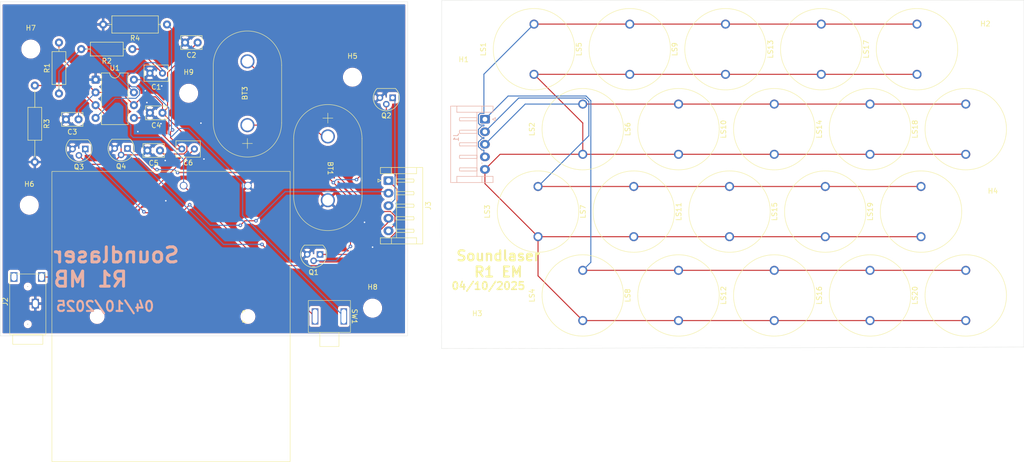
<source format=kicad_pcb>
(kicad_pcb
	(version 20241229)
	(generator "pcbnew")
	(generator_version "9.0")
	(general
		(thickness 1.6)
		(legacy_teardrops no)
	)
	(paper "A3")
	(layers
		(0 "F.Cu" signal)
		(2 "B.Cu" signal)
		(9 "F.Adhes" user "F.Adhesive")
		(11 "B.Adhes" user "B.Adhesive")
		(13 "F.Paste" user)
		(15 "B.Paste" user)
		(5 "F.SilkS" user "F.Silkscreen")
		(7 "B.SilkS" user "B.Silkscreen")
		(1 "F.Mask" user)
		(3 "B.Mask" user)
		(17 "Dwgs.User" user "User.Drawings")
		(19 "Cmts.User" user "User.Comments")
		(21 "Eco1.User" user "User.Eco1")
		(23 "Eco2.User" user "User.Eco2")
		(25 "Edge.Cuts" user)
		(27 "Margin" user)
		(31 "F.CrtYd" user "F.Courtyard")
		(29 "B.CrtYd" user "B.Courtyard")
		(35 "F.Fab" user)
		(33 "B.Fab" user)
		(39 "User.1" user)
		(41 "User.2" user)
		(43 "User.3" user)
		(45 "User.4" user)
	)
	(setup
		(stackup
			(layer "F.SilkS"
				(type "Top Silk Screen")
			)
			(layer "F.Paste"
				(type "Top Solder Paste")
			)
			(layer "F.Mask"
				(type "Top Solder Mask")
				(thickness 0.01)
			)
			(layer "F.Cu"
				(type "copper")
				(thickness 0.035)
			)
			(layer "dielectric 1"
				(type "core")
				(thickness 1.51)
				(material "FR4")
				(epsilon_r 4.5)
				(loss_tangent 0.02)
			)
			(layer "B.Cu"
				(type "copper")
				(thickness 0.035)
			)
			(layer "B.Mask"
				(type "Bottom Solder Mask")
				(thickness 0.01)
			)
			(layer "B.Paste"
				(type "Bottom Solder Paste")
			)
			(layer "B.SilkS"
				(type "Bottom Silk Screen")
			)
			(copper_finish "None")
			(dielectric_constraints no)
		)
		(pad_to_mask_clearance 0)
		(allow_soldermask_bridges_in_footprints no)
		(tenting front back)
		(pcbplotparams
			(layerselection 0x00000000_00000000_55555555_5755f5ff)
			(plot_on_all_layers_selection 0x00000000_00000000_00000000_00000000)
			(disableapertmacros no)
			(usegerberextensions no)
			(usegerberattributes yes)
			(usegerberadvancedattributes yes)
			(creategerberjobfile yes)
			(dashed_line_dash_ratio 12.000000)
			(dashed_line_gap_ratio 3.000000)
			(svgprecision 4)
			(plotframeref no)
			(mode 1)
			(useauxorigin no)
			(hpglpennumber 1)
			(hpglpenspeed 20)
			(hpglpendiameter 15.000000)
			(pdf_front_fp_property_popups yes)
			(pdf_back_fp_property_popups yes)
			(pdf_metadata yes)
			(pdf_single_document no)
			(dxfpolygonmode yes)
			(dxfimperialunits yes)
			(dxfusepcbnewfont yes)
			(psnegative no)
			(psa4output no)
			(plot_black_and_white yes)
			(sketchpadsonfab no)
			(plotpadnumbers no)
			(hidednponfab no)
			(sketchdnponfab no)
			(crossoutdnponfab no)
			(subtractmaskfromsilk no)
			(outputformat 1)
			(mirror no)
			(drillshape 0)
			(scaleselection 1)
			(outputdirectory "./")
		)
	)
	(net 0 "")
	(net 1 "GND")
	(net 2 "+5V")
	(net 3 "Net-(U1-THR)")
	(net 4 "Net-(U1-CV)")
	(net 5 "Net-(C6-Pad1)")
	(net 6 "/Transmitter/T0")
	(net 7 "/Transmitter/T1")
	(net 8 "/Transmitter/T3")
	(net 9 "/Transmitter/PWR")
	(net 10 "/Transmitter/T2")
	(net 11 "unconnected-(J2-PadR)")
	(net 12 "/T1")
	(net 13 "/T0")
	(net 14 "/T3")
	(net 15 "/T2")
	(net 16 "/40KHz")
	(net 17 "Net-(U1-DIS)")
	(net 18 "Net-(SW1-A)")
	(net 19 "Net-(BT1-+)")
	(net 20 "+18V")
	(footprint "MountingHole:MountingHole_3.2mm_M3" (layer "F.Cu") (at 134.602837 142.7))
	(footprint "Custom:Ultrasound_Transmitter_USO16A12TLFPM" (layer "F.Cu") (at 320.92125 160.67 90))
	(footprint "Resistor_THT:R_Axial_DIN0207_L6.3mm_D2.5mm_P15.24mm_Horizontal" (layer "F.Cu") (at 135.702837 118.86 -90))
	(footprint "Package_DIP:DIP-8_W7.62mm" (layer "F.Cu") (at 147.797837 117.69))
	(footprint "Custom:Ultrasound_Transmitter_USO16A12TLFPM" (layer "F.Cu") (at 235.02225 111.62775 90))
	(footprint "Custom:Ultrasound_Transmitter_USO16A12TLFPM" (layer "F.Cu") (at 292.97125 143.97 90))
	(footprint "Capacitor_THT:C_Rect_L4.6mm_W3.0mm_P2.50mm_MKS02_FKP02" (layer "F.Cu") (at 161.102837 116.4 180))
	(footprint "Custom:Ultrasound_Transmitter_USO16A12TLFPM" (layer "F.Cu") (at 273.12225 111.62775 90))
	(footprint "Capacitor_THT:C_Rect_L4.0mm_W2.5mm_P2.50mm" (layer "F.Cu") (at 160.602837 131.8 180))
	(footprint "Custom:Ultrasound_Transmitter_USO16A12TLFPM" (layer "F.Cu") (at 254.07225 111.62775 90))
	(footprint "Custom:Ultrasound_Transmitter_USO16A12TLFPM" (layer "F.Cu") (at 301.87125 160.67 90))
	(footprint "Custom:Ultrasound_Transmitter_USO16A12TLFPM" (layer "F.Cu") (at 263.77125 127.55375 90))
	(footprint "Custom:Ultrasound_Transmitter_USO16A12TLFPM" (layer "F.Cu") (at 292.17225 111.62775 90))
	(footprint "Capacitor_THT:C_Rect_L4.0mm_W2.5mm_P2.50mm" (layer "F.Cu") (at 144.402837 125.6 180))
	(footprint "Capacitor_THT:C_Rect_L4.0mm_W2.5mm_P2.50mm" (layer "F.Cu") (at 161.102837 124.3 180))
	(footprint "Capacitor_THT:C_Rect_L4.6mm_W3.0mm_P2.50mm_MKS02_FKP02" (layer "F.Cu") (at 167.452837 131.5 180))
	(footprint "MountingHole:MountingHole_3.2mm_M3" (layer "F.Cu") (at 324.82125 110.77))
	(footprint "MountingHole:MountingHole_3.2mm_M3" (layer "F.Cu") (at 326.32125 144.07))
	(footprint "Connector_JST:JST_EH_S5B-EH_1x05_P2.50mm_Horizontal" (layer "F.Cu") (at 206.070337 137.8 -90))
	(footprint "Package_TO_SOT_THT:TO-92" (layer "F.Cu") (at 154.142837 131.4 180))
	(footprint "MountingHole:MountingHole_3.2mm_M3" (layer "F.Cu") (at 134.902837 111.6))
	(footprint "Resistor_THT:R_Axial_DIN0207_L6.3mm_D2.5mm_P10.16mm_Horizontal" (layer "F.Cu") (at 140.502837 120.46 90))
	(footprint "MountingHole:MountingHole_3.2mm_M3" (layer "F.Cu") (at 198.902837 117.2))
	(footprint "MountingHole:MountingHole_3.2mm_M3" (layer "F.Cu") (at 166.302837 120.4))
	(footprint "Custom:Battery_Single_Cell_Keystone_967" (layer "F.Cu") (at 194.002837 135.35 -90))
	(footprint "Custom:Jack_STX-3000" (layer "F.Cu") (at 134.302837 170.4 90))
	(footprint "Capacitor_THT:C_Rect_L4.0mm_W2.5mm_P2.50mm" (layer "F.Cu") (at 168.102837 110.3 180))
	(footprint "Custom:Ultrasound_Transmitter_USO16A12TLFPM" (layer "F.Cu") (at 312.02125 143.97 90))
	(footprint "Custom:Ultrasound_Transmitter_USO16A12TLFPM" (layer "F.Cu") (at 273.92125 143.97 90))
	(footprint "Resistor_THT:R_Axial_DIN0309_L9.0mm_D3.2mm_P12.70mm_Horizontal" (layer "F.Cu") (at 162.002837 106.7 180))
	(footprint "Custom:SW_SPST_G-105-0513" (layer "F.Cu") (at 194.312837 164.85 180))
	(footprint "Custom:Battery_BC3AAPC" (layer "F.Cu") (at 178.102837 164.87 90))
	(footprint "Custom:Ultrasound_Transmitter_USO16A12TLFPM" (layer "F.Cu") (at 311.22225 111.62775 90))
	(footprint "MountingHole:MountingHole_3.2mm_M3" (layer "F.Cu") (at 221.02125 117.87))
	(footprint "Custom:Ultrasound_Transmitter_USO16A12TLFPM" (layer "F.Cu") (at 235.82125 143.97 90))
	(footprint "Custom:Ultrasound_Transmitter_USO16A12TLFPM" (layer "F.Cu") (at 282.82125 127.55375 90))
	(footprint "Custom:Ultrasound_Transmitter_USO16A12TLFPM" (layer "F.Cu") (at 254.87125 143.97 90))
	(footprint "Custom:Battery_Single_Cell_Keystone_967" (layer "F.Cu") (at 178.002837 120.4 90))
	(footprint "MountingHole:MountingHole_3.2mm_M3" (layer "F.Cu") (at 228.52125 163.97))
	(footprint "Package_TO_SOT_THT:TO-92" (layer "F.Cu") (at 206.902837 121.3 180))
	(footprint "Package_TO_SOT_THT:TO-92" (layer "F.Cu") (at 192.442837 152.5 180))
	(footprint "Resistor_THT:R_Axial_DIN0207_L6.3mm_D2.5mm_P10.16mm_Horizontal" (layer "F.Cu") (at 155.102837 111.6 180))
	(footprint "Custom:Ultrasound_Transmitter_USO16A12TLFPM" (layer "F.Cu") (at 244.72125 127.55375 90))
	(footprint "Custom:Ultrasound_Transmitter_USO16A12TLFPM" (layer "F.Cu") (at 320.92125 127.55375 90))
	(footprint "Custom:Ultrasound_Transmitter_USO16A12TLFPM" (layer "F.Cu") (at 301.87125 127.55375 90))
	(footprint "MountingHole:MountingHole_3.2mm_M3" (layer "F.Cu") (at 202.902837 163.2))
	(footprint "Custom:Ultrasound_Transmitter_USO16A12TLFPM" (layer "F.Cu") (at 244.72125 160.67 90))
	(footprint "Package_TO_SOT_THT:TO-92" (layer "F.Cu") (at 145.742837 131.5 180))
	(footprint "Custom:Ultrasound_Transmitter_USO16A12TLFPM" (layer "F.Cu") (at 282.82125 160.67 90))
	(footprint "Custom:Ultrasound_Transmitter_USO16A12TLFPM" (layer "F.Cu") (at 263.77125 160.67 90))
	(footprint "Connector_JST:JST_EH_S5B-EH_1x05_P2.50mm_Horizontal" (layer "B.Cu") (at 225.25375 125.57 -90))
	(gr_line
		(start 209.852837 168.7)
		(end 128.8 168.7)
		(stroke
			(width 0.05)
			(type default)
		)
		(layer "Edge.Cuts")
		(uuid "1fa70a2a-e3cf-4475-9ce0-f5ca64562e2d")
	)
	(gr_line
		(start 128.8 102.2)
		(end 209.9 102.2)
		(stroke
			(width 0.05)
			(type default)
		)
		(layer "Edge.Cuts")
		(uuid "609674ff-f025-449d-a008-9ad90b9e7376")
	)
	(gr_line
		(start 216.67125 101.92)
		(end 216.62098 171.25)
		(stroke
			(width 0.05)
			(type default)
		)
		(layer "Edge.Cuts")
		(uuid "9033d1eb-03ac-4370-9b60-62f4edc262d4")
	)
	(gr_line
		(start 216.62098 171.25)
		(end 332.5 170.95)
		(stroke
			(width 0.05)
			(type default)
		)
		(layer "Edge.Cuts")
		(uuid "92f679d4-adfc-41e0-aafa-586d746a0bd3")
	)
	(gr_line
		(start 209.9 102.2)
		(end 209.852837 168.7)
		(stroke
			(width 0.05)
			(type default)
		)
		(layer "Edge.Cuts")
		(uuid "9c184443-9edc-4bbb-bcdd-2d5481c17f37")
	)
	(gr_line
		(start 332.5 101.85)
		(end 216.67125 101.92)
		(stroke
			(width 0.05)
			(type default)
		)
		(layer "Edge.Cuts")
		(uuid "b0fab94e-ff37-46d7-87d3-bab028b4f26d")
	)
	(gr_line
		(start 128.8 168.7)
		(end 128.8 102.2)
		(stroke
			(width 0.05)
			(type default)
		)
		(layer "Edge.Cuts")
		(uuid "dc3135e1-825b-4d47-aa49-92bc9d71ed54")
	)
	(gr_line
		(start 332.5 170.95)
		(end 332.5 101.85)
		(stroke
			(width 0.05)
			(type default)
		)
		(layer "Edge.Cuts")
		(uuid "e3dfd506-ab15-48c8-8b46-b5523c558cb0")
	)
	(gr_text "Soundlaser\nR1 EM"
		(at 227.92125 154.38625 0)
		(layer "F.SilkS")
		(uuid "0b7776d5-781a-4da6-a495-733061be9f0c")
		(effects
			(font
				(size 2 2)
				(thickness 0.4)
				(bold yes)
			)
		)
	)
	(gr_text "04/10/2025"
		(at 233.42125 158.77 0)
		(layer "F.SilkS")
		(uuid "8bfaa160-6536-4423-8528-821aec461738")
		(effects
			(font
				(size 1.5 1.5)
				(thickness 0.3)
				(bold yes)
			)
			(justify right)
		)
	)
	(gr_text "Soundlaser\nR1 MB"
		(at 139.102837 155.05 -0)
		(layer "B.SilkS")
		(uuid "64c0db15-18ca-4095-9588-ac3fc0ed15b4")
		(effects
			(font
				(size 3 3)
				(thickness 0.6)
				(bold yes)
			)
			(justify right mirror)
		)
	)
	(gr_text "04/10/2025"
		(at 139.702837 162.85 -0)
		(layer "B.SilkS")
		(uuid "677d6a1d-9530-4fb6-8cd9-299006b1511c")
		(effects
			(font
				(size 2 2)
				(thickness 0.4)
				(bold yes)
			)
			(justify right mirror)
		)
	)
	(via
		(at 168.75 126.35)
		(size 0.7)
		(drill 0.3)
		(layers "F.Cu" "B.Cu")
		(free yes)
		(net 
... [283786 chars truncated]
</source>
